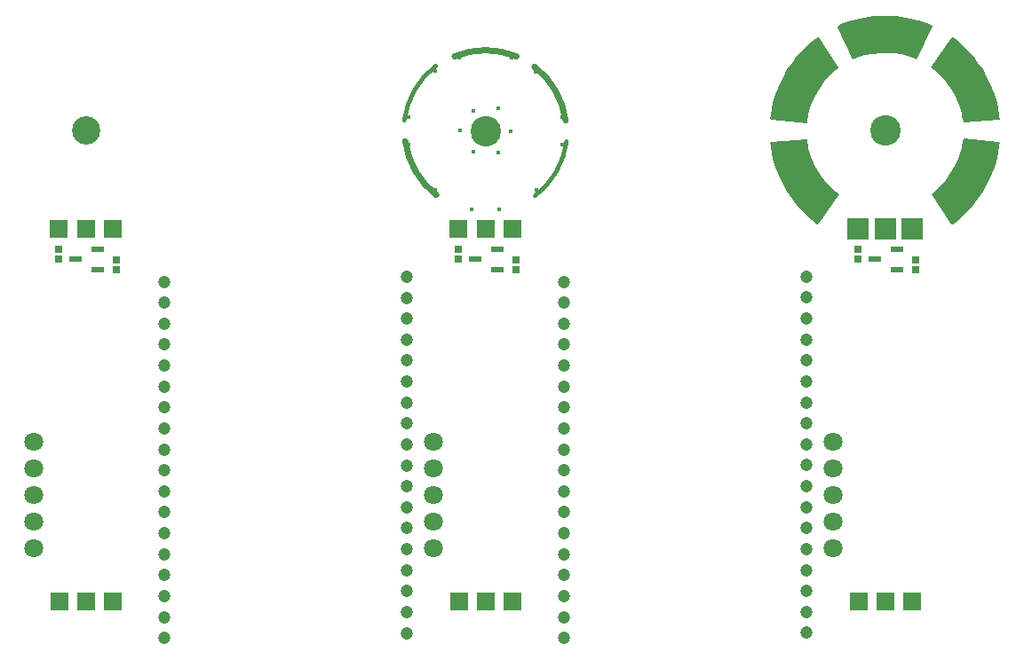
<source format=gbs>
G04*
G04 #@! TF.GenerationSoftware,Altium Limited,Altium Designer,21.0.9 (235)*
G04*
G04 Layer_Color=16711935*
%FSAX44Y44*%
%MOMM*%
G71*
G04*
G04 #@! TF.SameCoordinates,C9C275F4-687D-4123-80A0-9C6E5F070257*
G04*
G04*
G04 #@! TF.FilePolarity,Negative*
G04*
G01*
G75*
%ADD20R,0.6500X0.7000*%
%ADD22R,0.7400X0.7800*%
%ADD34C,2.7000*%
%ADD35R,1.8000X1.8000*%
%ADD39C,1.8000*%
%ADD42R,1.3000X0.6000*%
%ADD43C,0.4000*%
%ADD51C,0.6000*%
%ADD54C,2.9032*%
%ADD55R,2.0032X2.0032*%
%ADD56C,0.4040*%
%ADD57C,1.2032*%
%ADD58C,0.5040*%
G36*
X01767941Y01677158D02*
X01775802Y01676594D01*
X01783602Y01675468D01*
X01791303Y01673788D01*
X01798863Y01671561D01*
X01806244Y01668799D01*
X01808999Y01667536D01*
X01809424Y01666340D01*
X01794318Y01635678D01*
X01794318Y01635678D01*
X01790660Y01637080D01*
X01783158Y01639333D01*
X01775471Y01640837D01*
X01767673Y01641577D01*
X01759841Y01641544D01*
X01752049Y01640741D01*
X01744375Y01639173D01*
X01736892Y01636858D01*
X01733245Y01635426D01*
X01718718Y01666010D01*
X01719328Y01667686D01*
X01721755Y01668799D01*
X01729137Y01671561D01*
X01736697Y01673788D01*
X01744397Y01675469D01*
X01752198Y01676594D01*
X01760059Y01677158D01*
X01767941Y01677158D01*
D02*
G37*
G36*
X01830902Y01654563D02*
X01836985Y01649552D01*
X01842693Y01644118D01*
X01847999Y01638289D01*
X01852873Y01632096D01*
X01857292Y01625570D01*
X01861233Y01618745D01*
X01864675Y01611655D01*
X01867601Y01604337D01*
X01869996Y01596828D01*
X01871848Y01589167D01*
X01873146Y01581393D01*
X01873430Y01578377D01*
X01872607Y01577410D01*
X01838500Y01575161D01*
X01837884Y01579030D01*
X01836085Y01586654D01*
X01833544Y01594063D01*
X01830285Y01601186D01*
X01826341Y01607953D01*
X01821749Y01614299D01*
X01816555Y01620161D01*
X01810808Y01625484D01*
X01807745Y01627926D01*
X01826968Y01655799D01*
X01828724Y01656109D01*
X01830902Y01654563D01*
D02*
G37*
G36*
X01700818Y01656087D02*
X01719818Y01627675D01*
Y01627674D01*
X01716776Y01625207D01*
X01711073Y01619837D01*
X01705927Y01613932D01*
X01701388Y01607548D01*
X01697499Y01600749D01*
X01694300Y01593599D01*
X01691820Y01586169D01*
X01690083Y01578531D01*
X01689500Y01574658D01*
X01655750Y01577368D01*
X01654603Y01578735D01*
X01654854Y01581393D01*
X01656152Y01589167D01*
X01658004Y01596828D01*
X01660398Y01604337D01*
X01663324Y01611655D01*
X01666767Y01618745D01*
X01670707Y01625570D01*
X01675126Y01632096D01*
X01680001Y01638289D01*
X01685307Y01644118D01*
X01691015Y01649552D01*
X01697098Y01654563D01*
X01699568Y01656317D01*
X01700818Y01656087D01*
D02*
G37*
G36*
X01689500Y01559154D02*
X01690115Y01555285D01*
X01691915Y01547661D01*
X01694456Y01540252D01*
X01697714Y01533129D01*
X01701659Y01526362D01*
X01706250Y01520016D01*
X01711445Y01514153D01*
X01717192Y01508831D01*
X01720255Y01506389D01*
X01701032Y01478516D01*
X01699276Y01478206D01*
X01697098Y01479752D01*
X01691015Y01484763D01*
X01685306Y01490197D01*
X01680001Y01496026D01*
X01675126Y01502219D01*
X01670707Y01508745D01*
X01666767Y01515570D01*
X01663325Y01522660D01*
X01660399Y01529978D01*
X01658004Y01537487D01*
X01656152Y01545148D01*
X01654854Y01552922D01*
X01654570Y01555938D01*
X01655393Y01556905D01*
X01689500Y01559154D01*
X01689500Y01559154D01*
D02*
G37*
G36*
X01872250Y01556947D02*
X01873397Y01555580D01*
X01873146Y01552922D01*
X01871848Y01545148D01*
X01869996Y01537487D01*
X01867601Y01529978D01*
X01864675Y01522660D01*
X01861233Y01515570D01*
X01857292Y01508745D01*
X01852873Y01502219D01*
X01847999Y01496026D01*
X01842693Y01490197D01*
X01836985Y01484764D01*
X01830902Y01479752D01*
X01828431Y01477998D01*
X01827182Y01478228D01*
X01808181Y01506641D01*
X01811224Y01509108D01*
X01816927Y01514478D01*
X01822073Y01520383D01*
X01826612Y01526767D01*
X01830500Y01533566D01*
X01833700Y01540716D01*
X01836180Y01548146D01*
X01837916Y01555784D01*
X01838500Y01559657D01*
X01872250Y01556947D01*
D02*
G37*
D20*
X01031194Y01434610D02*
D03*
Y01444110D02*
D03*
X01412194Y01434610D02*
D03*
Y01444110D02*
D03*
X01793194Y01434610D02*
D03*
Y01444110D02*
D03*
D22*
X00976330Y01454304D02*
D03*
Y01444504D02*
D03*
X01357330Y01454304D02*
D03*
Y01444504D02*
D03*
X01738330Y01454304D02*
D03*
Y01444504D02*
D03*
D34*
X01002030Y01567180D02*
D03*
X01383030D02*
D03*
X01764030D02*
D03*
D35*
X00976330Y01473281D02*
D03*
X01002030D02*
D03*
X01027730D02*
D03*
X01027430Y01117900D02*
D03*
X01002030D02*
D03*
X00976630D02*
D03*
X01357330Y01473281D02*
D03*
X01383030D02*
D03*
X01408730D02*
D03*
X01408430Y01117900D02*
D03*
X01383030D02*
D03*
X01357630D02*
D03*
X01738330Y01473281D02*
D03*
X01764030D02*
D03*
X01789730D02*
D03*
X01789430Y01117900D02*
D03*
X01764030D02*
D03*
X01738630D02*
D03*
D39*
X00952535Y01219695D02*
D03*
Y01245095D02*
D03*
Y01270495D02*
D03*
Y01194295D02*
D03*
Y01168895D02*
D03*
X01333535Y01219695D02*
D03*
Y01245095D02*
D03*
Y01270495D02*
D03*
Y01194295D02*
D03*
Y01168895D02*
D03*
X01714535Y01219695D02*
D03*
Y01245095D02*
D03*
Y01270495D02*
D03*
Y01194295D02*
D03*
Y01168895D02*
D03*
D42*
X01013140Y01453904D02*
D03*
Y01434904D02*
D03*
X00992140Y01444404D02*
D03*
X01394140Y01453904D02*
D03*
Y01434904D02*
D03*
X01373140Y01444404D02*
D03*
X01775140Y01453904D02*
D03*
Y01434904D02*
D03*
X01754140Y01444404D02*
D03*
D43*
X01335740Y01629118D02*
G03*
X01305730Y01577203I00047336J-00061995D01*
G01*
X01430412Y01505129D02*
G03*
X01460422Y01557044I-00047336J00061995D01*
G01*
D51*
X01412712Y01638192D02*
G03*
X01353516Y01638223I-00029636J-00071068D01*
G01*
X01459441Y01576992D02*
G03*
X01429870Y01628273I-00076365J-00009868D01*
G01*
X01306711Y01557255D02*
G03*
X01336282Y01505974I00076365J00009868D01*
G01*
D54*
X01764000Y01567157D02*
D03*
X01383076Y01567123D02*
D03*
D55*
X01789700Y01473259D02*
D03*
X01764000D02*
D03*
X01738300D02*
D03*
D56*
X01309827Y01580293D02*
D03*
Y01553920D02*
D03*
X01334787Y01511164D02*
D03*
X01396322Y01491992D02*
D03*
X01369830D02*
D03*
X01431259Y01510560D02*
D03*
X01456141Y01553999D02*
D03*
Y01580216D02*
D03*
X01431133Y01623349D02*
D03*
X01408272Y01637053D02*
D03*
X01358066Y01637243D02*
D03*
X01334937Y01623904D02*
D03*
X01371457Y01586512D02*
D03*
X01359253Y01567486D02*
D03*
X01371251Y01547216D02*
D03*
X01395436Y01546121D02*
D03*
X01407174Y01566854D02*
D03*
X01395436Y01588611D02*
D03*
D57*
X01307791Y01427863D02*
D03*
Y01087863D02*
D03*
Y01107863D02*
D03*
Y01127863D02*
D03*
Y01147863D02*
D03*
Y01167863D02*
D03*
Y01187863D02*
D03*
Y01207863D02*
D03*
Y01227863D02*
D03*
Y01247863D02*
D03*
Y01267863D02*
D03*
Y01287863D02*
D03*
Y01307863D02*
D03*
Y01327863D02*
D03*
Y01347863D02*
D03*
Y01367863D02*
D03*
Y01387863D02*
D03*
Y01407863D02*
D03*
Y01427863D02*
D03*
X01688830Y01427978D02*
D03*
Y01087978D02*
D03*
Y01107978D02*
D03*
Y01127978D02*
D03*
Y01147978D02*
D03*
Y01167978D02*
D03*
Y01187978D02*
D03*
Y01207978D02*
D03*
Y01227978D02*
D03*
Y01247978D02*
D03*
Y01267978D02*
D03*
Y01287978D02*
D03*
Y01307978D02*
D03*
Y01327978D02*
D03*
Y01347978D02*
D03*
Y01367978D02*
D03*
Y01387978D02*
D03*
Y01407978D02*
D03*
Y01427978D02*
D03*
X01458246Y01083124D02*
D03*
Y01423124D02*
D03*
Y01403124D02*
D03*
Y01383124D02*
D03*
Y01363124D02*
D03*
Y01343124D02*
D03*
Y01323124D02*
D03*
Y01303124D02*
D03*
Y01283124D02*
D03*
Y01263124D02*
D03*
Y01243124D02*
D03*
Y01223124D02*
D03*
Y01203124D02*
D03*
Y01183124D02*
D03*
Y01163124D02*
D03*
Y01143124D02*
D03*
Y01123124D02*
D03*
Y01103124D02*
D03*
Y01083124D02*
D03*
X01076965Y01083124D02*
D03*
Y01103124D02*
D03*
Y01123124D02*
D03*
Y01143124D02*
D03*
Y01163124D02*
D03*
Y01183124D02*
D03*
Y01203124D02*
D03*
Y01223124D02*
D03*
Y01243124D02*
D03*
Y01263124D02*
D03*
Y01283124D02*
D03*
Y01303124D02*
D03*
Y01323124D02*
D03*
Y01343124D02*
D03*
Y01363124D02*
D03*
Y01383124D02*
D03*
Y01403124D02*
D03*
Y01423124D02*
D03*
Y01083124D02*
D03*
D58*
X01835880Y01525658D02*
D03*
X01841076Y01522658D02*
D03*
X01846272Y01519657D02*
D03*
X01851469Y01516658D02*
D03*
X01846734Y01509226D02*
D03*
X01841819Y01512668D02*
D03*
X01831989Y01519551D02*
D03*
X01836904Y01516109D02*
D03*
X01822690Y01508468D02*
D03*
X01826932Y01504225D02*
D03*
X01831175Y01499982D02*
D03*
X01835418Y01495740D02*
D03*
X01828922Y01489787D02*
D03*
X01825065Y01494383D02*
D03*
X01821208Y01498980D02*
D03*
X01817351Y01503576D02*
D03*
X01813761Y01507994D02*
D03*
X01818728Y01512556D02*
D03*
X01827378Y01522889D02*
D03*
X01830995Y01528581D02*
D03*
X01823278Y01517533D02*
D03*
X01827582Y01513806D02*
D03*
X01832178Y01509949D02*
D03*
X01836774Y01506093D02*
D03*
X01841370Y01502236D02*
D03*
X01855537Y01524473D02*
D03*
X01850099Y01527009D02*
D03*
X01844661Y01529545D02*
D03*
X01839223Y01532080D02*
D03*
X01834102Y01534567D02*
D03*
X01836676Y01540800D02*
D03*
X01841994Y01538770D02*
D03*
X01847633Y01536718D02*
D03*
X01853271Y01534666D02*
D03*
X01858909Y01532614D02*
D03*
X01764000Y01668158D02*
D03*
Y01662157D02*
D03*
Y01656158D02*
D03*
Y01650158D02*
D03*
X01763911Y01644465D02*
D03*
X01838697Y01547235D02*
D03*
X01844172Y01545676D02*
D03*
X01849967Y01544123D02*
D03*
X01855763Y01542570D02*
D03*
X01861558Y01541017D02*
D03*
X01863466Y01549619D02*
D03*
X01857557Y01550661D02*
D03*
X01851648Y01551703D02*
D03*
X01845739Y01552745D02*
D03*
X01840149Y01553821D02*
D03*
X01737475Y01639773D02*
D03*
X01735612Y01645152D02*
D03*
X01733560Y01650790D02*
D03*
X01731508Y01656428D02*
D03*
X01729456Y01662066D02*
D03*
X01737859Y01664716D02*
D03*
X01739412Y01658920D02*
D03*
X01740965Y01653125D02*
D03*
X01742518Y01647329D02*
D03*
X01743905Y01641808D02*
D03*
X01746461Y01666623D02*
D03*
X01747503Y01660714D02*
D03*
X01748545Y01654805D02*
D03*
X01749587Y01648897D02*
D03*
X01750488Y01643275D02*
D03*
X01757173Y01644163D02*
D03*
X01756766Y01649842D02*
D03*
X01756243Y01655819D02*
D03*
X01755720Y01661796D02*
D03*
X01755197Y01667773D02*
D03*
X01781538Y01666623D02*
D03*
X01780497Y01660714D02*
D03*
X01779455Y01654805D02*
D03*
X01778413Y01648897D02*
D03*
X01777336Y01643306D02*
D03*
X01763911Y01644465D02*
D03*
X01770649Y01644179D02*
D03*
X01783923Y01641854D02*
D03*
X01790357Y01639834D02*
D03*
X01792388Y01645152D02*
D03*
X01794440Y01650790D02*
D03*
X01796492Y01656428D02*
D03*
X01798544Y01662066D02*
D03*
X01790141Y01664716D02*
D03*
X01788588Y01658920D02*
D03*
X01787035Y01653125D02*
D03*
X01785482Y01647329D02*
D03*
X01771757Y01655819D02*
D03*
X01771234Y01649842D02*
D03*
X01772280Y01661796D02*
D03*
X01772803Y01667773D02*
D03*
X01764000Y01668158D02*
D03*
Y01662157D02*
D03*
Y01656158D02*
D03*
Y01650157D02*
D03*
X01687851Y01580494D02*
D03*
X01682261Y01581570D02*
D03*
X01676352Y01582612D02*
D03*
X01670443Y01583654D02*
D03*
X01664534Y01584696D02*
D03*
X01666441Y01593298D02*
D03*
X01672237Y01591745D02*
D03*
X01678033Y01590192D02*
D03*
X01683828Y01588640D02*
D03*
X01689303Y01587080D02*
D03*
X01669091Y01601702D02*
D03*
X01674729Y01599650D02*
D03*
X01680367Y01597597D02*
D03*
X01686005Y01595545D02*
D03*
X01691324Y01593515D02*
D03*
X01693898Y01599749D02*
D03*
X01688776Y01602235D02*
D03*
X01683338Y01604771D02*
D03*
X01677901Y01607306D02*
D03*
X01672463Y01609842D02*
D03*
X01686629Y01632079D02*
D03*
X01691226Y01628222D02*
D03*
X01695822Y01624366D02*
D03*
X01700418Y01620509D02*
D03*
X01704721Y01616782D02*
D03*
X01697005Y01605734D02*
D03*
X01700622Y01611427D02*
D03*
X01709272Y01621759D02*
D03*
X01714239Y01626322D02*
D03*
X01710648Y01630739D02*
D03*
X01706792Y01635336D02*
D03*
X01702935Y01639932D02*
D03*
X01699078Y01644528D02*
D03*
X01692582Y01638575D02*
D03*
X01696825Y01634333D02*
D03*
X01701067Y01630090D02*
D03*
X01705310Y01625847D02*
D03*
X01691095Y01618206D02*
D03*
X01696010Y01614764D02*
D03*
X01686181Y01621647D02*
D03*
X01681266Y01625089D02*
D03*
X01676531Y01617657D02*
D03*
X01681727Y01614658D02*
D03*
X01686924Y01611658D02*
D03*
X01692120Y01608658D02*
D03*
X01813624Y01626436D02*
D03*
X01817351Y01630739D02*
D03*
X01821208Y01635336D02*
D03*
X01825065Y01639932D02*
D03*
X01828922Y01644528D02*
D03*
X01835418Y01638575D02*
D03*
X01831175Y01634333D02*
D03*
X01826932Y01630090D02*
D03*
X01822690Y01625847D02*
D03*
X01818602Y01621885D02*
D03*
X01841370Y01632079D02*
D03*
X01836774Y01628222D02*
D03*
X01832178Y01624366D02*
D03*
X01827582Y01620509D02*
D03*
X01823164Y01616918D02*
D03*
X01827276Y01611573D02*
D03*
X01831990Y01614764D02*
D03*
X01836904Y01618206D02*
D03*
X01841819Y01621647D02*
D03*
X01846734Y01625089D02*
D03*
X01858909Y01601702D02*
D03*
X01853271Y01599650D02*
D03*
X01847633Y01597597D02*
D03*
X01841994Y01595545D02*
D03*
X01836615Y01593682D02*
D03*
X01830906Y01605889D02*
D03*
X01834027Y01599910D02*
D03*
X01838651Y01587252D02*
D03*
X01840118Y01580670D02*
D03*
X01845739Y01581570D02*
D03*
X01851648Y01582612D02*
D03*
X01857557Y01583654D02*
D03*
X01863466Y01584696D02*
D03*
X01861558Y01593298D02*
D03*
X01855763Y01591745D02*
D03*
X01849967Y01590192D02*
D03*
X01844172Y01588640D02*
D03*
X01844661Y01604771D02*
D03*
X01839223Y01602235D02*
D03*
X01850099Y01607306D02*
D03*
X01855537Y01609842D02*
D03*
X01851469Y01617657D02*
D03*
X01846272Y01614657D02*
D03*
X01841076Y01611658D02*
D03*
X01835880Y01608658D02*
D03*
X01714376Y01507879D02*
D03*
X01710648Y01503576D02*
D03*
X01706792Y01498980D02*
D03*
X01702935Y01494383D02*
D03*
X01699078Y01489787D02*
D03*
X01692582Y01495740D02*
D03*
X01696825Y01499982D02*
D03*
X01701067Y01504225D02*
D03*
X01705310Y01508468D02*
D03*
X01709398Y01512430D02*
D03*
X01686629Y01502236D02*
D03*
X01691226Y01506093D02*
D03*
X01695822Y01509949D02*
D03*
X01700418Y01513806D02*
D03*
X01704836Y01517397D02*
D03*
X01700724Y01522743D02*
D03*
X01696010Y01519551D02*
D03*
X01691095Y01516109D02*
D03*
X01686181Y01512668D02*
D03*
X01681266Y01509226D02*
D03*
X01669091Y01532614D02*
D03*
X01674729Y01534666D02*
D03*
X01680367Y01536718D02*
D03*
X01686005Y01538770D02*
D03*
X01691385Y01540633D02*
D03*
X01697094Y01528427D02*
D03*
X01693973Y01534405D02*
D03*
X01689349Y01547063D02*
D03*
X01687882Y01553645D02*
D03*
X01682261Y01552745D02*
D03*
X01676352Y01551703D02*
D03*
X01670443Y01550661D02*
D03*
X01664534Y01549619D02*
D03*
X01666441Y01541017D02*
D03*
X01672237Y01542570D02*
D03*
X01678033Y01544123D02*
D03*
X01683828Y01545676D02*
D03*
X01683338Y01529545D02*
D03*
X01688776Y01532080D02*
D03*
X01677901Y01527009D02*
D03*
X01672463Y01524473D02*
D03*
X01676531Y01516658D02*
D03*
X01681727Y01519658D02*
D03*
X01686924Y01522658D02*
D03*
X01692120Y01525658D02*
D03*
M02*

</source>
